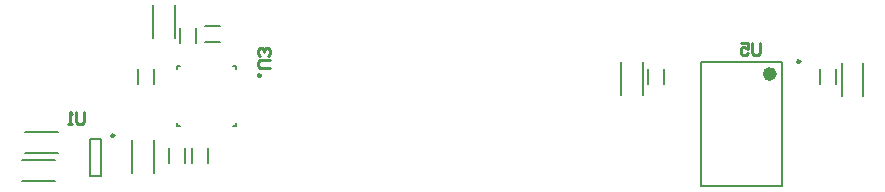
<source format=gbr>
%TF.GenerationSoftware,Altium Limited,Altium Designer,25.4.2 (15)*%
G04 Layer_Color=32896*
%FSLAX45Y45*%
%MOMM*%
%TF.SameCoordinates,D0FDF368-1468-4A38-90CB-FD56B44771C5*%
%TF.FilePolarity,Positive*%
%TF.FileFunction,Legend,Bot*%
%TF.Part,Single*%
G01*
G75*
%TA.AperFunction,NonConductor*%
%ADD31C,0.25400*%
%ADD45C,0.20000*%
%ADD46C,0.25000*%
%ADD47C,0.60000*%
D31*
X6903206Y1294584D02*
Y1211277D01*
X6886545Y1194616D01*
X6853222D01*
X6836561Y1211277D01*
Y1294584D01*
X6736593D02*
X6803238D01*
Y1244600D01*
X6769916Y1261261D01*
X6753254D01*
X6736593Y1244600D01*
Y1211277D01*
X6753254Y1194616D01*
X6786577D01*
X6803238Y1211277D01*
X2753784Y1085093D02*
X2670478D01*
X2653816Y1101755D01*
Y1135077D01*
X2670478Y1151738D01*
X2753784D01*
X2737123Y1185061D02*
X2753784Y1201723D01*
Y1235045D01*
X2737123Y1251706D01*
X2720461D01*
X2703800Y1235045D01*
Y1218384D01*
Y1235045D01*
X2687139Y1251706D01*
X2670478D01*
X2653816Y1235045D01*
Y1201723D01*
X2670478Y1185061D01*
X1176020Y714648D02*
Y631341D01*
X1159359Y614680D01*
X1126036D01*
X1109375Y631341D01*
Y714648D01*
X1076052Y614680D02*
X1042730D01*
X1059391D01*
Y714648D01*
X1076052Y697986D01*
D45*
X7547798Y950935D02*
Y1078179D01*
X7412802Y950935D02*
Y1078179D01*
X7774107Y849996D02*
Y1131204D01*
X7592894Y849996D02*
Y1131204D01*
X5952302Y953821D02*
Y1081065D01*
X6087298Y953821D02*
Y1081065D01*
X5725993Y858708D02*
Y1139916D01*
X5907207Y858708D02*
Y1139916D01*
X7083699Y84602D02*
Y1134598D01*
X6403701Y84602D02*
Y1134598D01*
X7083699D01*
X6403701Y84602D02*
X7083699D01*
X1901002Y280721D02*
Y407965D01*
X2035998Y280721D02*
Y407965D01*
X2091502Y279278D02*
Y406522D01*
X2226498Y279278D02*
Y406522D01*
X2198421Y1439098D02*
X2325665D01*
X2198421Y1304102D02*
X2325665D01*
X2468499Y1075599D02*
Y1100602D01*
Y595600D02*
Y620598D01*
X1963501Y595600D02*
X1988500D01*
X2443500D02*
X2468499D01*
X1963501Y1075599D02*
Y1100602D01*
Y595600D02*
Y620598D01*
Y1100602D02*
X1988500D01*
X2443500D02*
X2468499D01*
X2124898Y1293835D02*
Y1421079D01*
X1989902Y1293835D02*
Y1421079D01*
X1944807Y1336584D02*
Y1617797D01*
X1763593Y1336584D02*
Y1617797D01*
X1769298Y950935D02*
Y1078179D01*
X1634302Y950935D02*
Y1078179D01*
X1224900Y175199D02*
Y485201D01*
X1324900Y175199D02*
Y485201D01*
X1224900Y175199D02*
X1324900D01*
X1224900Y485201D02*
X1324900D01*
X1585793Y193578D02*
Y474792D01*
X1767007Y193578D02*
Y474792D01*
X655508Y306507D02*
X936722D01*
X655508Y125293D02*
X936722D01*
X676178Y547807D02*
X957392D01*
X676178Y366593D02*
X957392D01*
D46*
X7241200Y1141600D02*
G03*
X7241200Y1141600I-12500J0D01*
G01*
X2676000Y1023100D02*
G03*
X2676000Y1023100I-12500J0D01*
G01*
X1434900Y512700D02*
G03*
X1434900Y512700I-12500J0D01*
G01*
D47*
X7013699Y1034600D02*
G03*
X7013699Y1034600I-30000J0D01*
G01*
%TF.MD5,1fe9b66d6b493491b854f8774fe3d567*%
M02*

</source>
